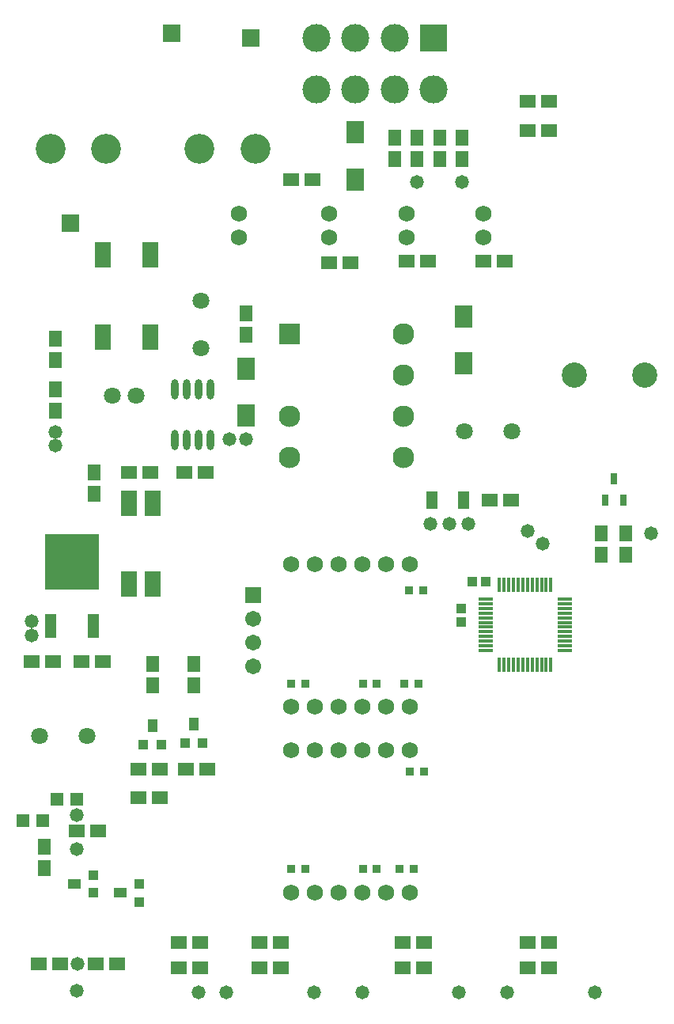
<source format=gts>
G04*
G04 #@! TF.GenerationSoftware,Altium Limited,Altium Designer,20.2.6 (244)*
G04*
G04 Layer_Color=8388736*
%FSLAX25Y25*%
%MOIN*%
G70*
G04*
G04 #@! TF.SameCoordinates,9385ED74-4294-42B6-9646-82B243174D78*
G04*
G04*
G04 #@! TF.FilePolarity,Negative*
G04*
G01*
G75*
%ADD38R,0.03575X0.03802*%
%ADD39R,0.06800X0.05800*%
%ADD40R,0.05656X0.05715*%
%ADD41R,0.05800X0.06800*%
%ADD42R,0.04400X0.05800*%
%ADD43R,0.04400X0.04400*%
%ADD44R,0.07493X0.09461*%
%ADD45R,0.06725X0.10524*%
%ADD46R,0.03162X0.04737*%
%ADD47R,0.04343X0.03950*%
%ADD48R,0.03950X0.04343*%
%ADD49R,0.04400X0.04400*%
%ADD50R,0.05800X0.04400*%
%ADD51O,0.03038X0.08478*%
%ADD52R,0.06706X0.10642*%
%ADD53R,0.04653X0.10285*%
%ADD54R,0.22644X0.23285*%
%ADD55O,0.01457X0.06299*%
%ADD56O,0.06299X0.01457*%
%ADD57R,0.05131X0.07493*%
%ADD58C,0.07099*%
%ADD59C,0.06800*%
%ADD60R,0.07493X0.07493*%
%ADD61C,0.12611*%
%ADD62C,0.09055*%
%ADD63R,0.09055X0.09055*%
%ADD64C,0.10642*%
%ADD65C,0.06706*%
%ADD66R,0.06706X0.06706*%
%ADD67C,0.06902*%
%ADD68C,0.11824*%
%ADD69R,0.11824X0.11824*%
%ADD70C,0.05800*%
D38*
X178466Y266500D02*
D03*
X172534D02*
D03*
X178966Y190000D02*
D03*
X173034D02*
D03*
X174432Y149000D02*
D03*
X168500D02*
D03*
X159000D02*
D03*
X153068D02*
D03*
X128966D02*
D03*
X123034D02*
D03*
X176466Y227000D02*
D03*
X170534D02*
D03*
X159000D02*
D03*
X153068D02*
D03*
X128966D02*
D03*
X123034D02*
D03*
D39*
X13500Y236500D02*
D03*
X22500D02*
D03*
X87500Y191000D02*
D03*
X78500D02*
D03*
X67500Y179000D02*
D03*
X58500D02*
D03*
X67500Y191000D02*
D03*
X58500D02*
D03*
X222500Y107500D02*
D03*
X231500D02*
D03*
Y118000D02*
D03*
X222500D02*
D03*
X84500D02*
D03*
X75500D02*
D03*
X118500D02*
D03*
X109500D02*
D03*
X179000D02*
D03*
X170000D02*
D03*
X204000Y405000D02*
D03*
X213000D02*
D03*
X171500D02*
D03*
X180500D02*
D03*
X139000Y404500D02*
D03*
X148000D02*
D03*
X170000Y107500D02*
D03*
X179000D02*
D03*
X32500Y165000D02*
D03*
X41500D02*
D03*
X40500Y109000D02*
D03*
X49500D02*
D03*
X25500D02*
D03*
X16500D02*
D03*
X43500Y236500D02*
D03*
X34500D02*
D03*
X206500Y304500D02*
D03*
X215500D02*
D03*
X63500Y316000D02*
D03*
X54500D02*
D03*
X78000D02*
D03*
X87000D02*
D03*
X123000Y439500D02*
D03*
X132000D02*
D03*
X222500Y460000D02*
D03*
X231500D02*
D03*
Y472500D02*
D03*
X222500D02*
D03*
X118500Y107500D02*
D03*
X109500D02*
D03*
X84500D02*
D03*
X75500D02*
D03*
D40*
X18203Y169500D02*
D03*
X9798D02*
D03*
X24297Y178500D02*
D03*
X32702D02*
D03*
D41*
X19000Y149500D02*
D03*
Y158500D02*
D03*
X195000Y448000D02*
D03*
Y457000D02*
D03*
X264000Y281500D02*
D03*
Y290500D02*
D03*
X253500Y281500D02*
D03*
Y290500D02*
D03*
X64500Y235500D02*
D03*
Y226500D02*
D03*
X82000Y235500D02*
D03*
Y226500D02*
D03*
X104000Y383000D02*
D03*
X23500Y342000D02*
D03*
Y351000D02*
D03*
X40000Y307000D02*
D03*
Y316000D02*
D03*
X23500Y363500D02*
D03*
Y372500D02*
D03*
X104000Y374000D02*
D03*
X166500Y448000D02*
D03*
Y457000D02*
D03*
X176000D02*
D03*
Y448000D02*
D03*
X185500D02*
D03*
Y457000D02*
D03*
D42*
X82000Y210000D02*
D03*
X64500Y209500D02*
D03*
D43*
X85700Y202000D02*
D03*
X78200D02*
D03*
X60700Y201500D02*
D03*
X68200D02*
D03*
D44*
X150000Y459342D02*
D03*
Y439657D02*
D03*
X195500Y381842D02*
D03*
Y362157D02*
D03*
X104000Y340158D02*
D03*
Y359843D02*
D03*
D45*
X43461Y373138D02*
D03*
X63539D02*
D03*
X43461Y407862D02*
D03*
X63539D02*
D03*
D46*
X259000Y313528D02*
D03*
X262740Y304472D02*
D03*
X255260D02*
D03*
D47*
X194500Y253244D02*
D03*
Y258756D02*
D03*
D48*
X199244Y270000D02*
D03*
X204756D02*
D03*
D49*
X39500Y139000D02*
D03*
Y146500D02*
D03*
X59000Y135200D02*
D03*
Y142700D02*
D03*
D50*
X31500Y142800D02*
D03*
X51000Y139000D02*
D03*
D51*
X89000Y351150D02*
D03*
X84000D02*
D03*
X79000D02*
D03*
X74000D02*
D03*
Y329850D02*
D03*
X79000D02*
D03*
X84000D02*
D03*
X89000D02*
D03*
D52*
X54500Y303000D02*
D03*
X64500D02*
D03*
Y269142D02*
D03*
X54500D02*
D03*
D53*
X21485Y251541D02*
D03*
X39516Y251543D02*
D03*
D54*
X30500Y278500D02*
D03*
D55*
X232327Y268732D02*
D03*
X230358D02*
D03*
X228390D02*
D03*
X226421D02*
D03*
X224453D02*
D03*
X222484D02*
D03*
X220516D02*
D03*
X218547D02*
D03*
X216579D02*
D03*
X214610D02*
D03*
X212642D02*
D03*
X210673D02*
D03*
Y235268D02*
D03*
X212642D02*
D03*
X214610D02*
D03*
X216579D02*
D03*
X218547D02*
D03*
X220516D02*
D03*
X222484D02*
D03*
X224453D02*
D03*
X226421D02*
D03*
X228390D02*
D03*
X230358D02*
D03*
X232327D02*
D03*
D56*
X204768Y262827D02*
D03*
Y260858D02*
D03*
Y258890D02*
D03*
Y256921D02*
D03*
Y254953D02*
D03*
Y252984D02*
D03*
Y251016D02*
D03*
Y249047D02*
D03*
Y247079D02*
D03*
Y245110D02*
D03*
Y243142D02*
D03*
Y241173D02*
D03*
X238232D02*
D03*
Y243142D02*
D03*
Y245110D02*
D03*
Y247079D02*
D03*
Y249047D02*
D03*
Y251016D02*
D03*
Y252984D02*
D03*
Y254953D02*
D03*
Y256921D02*
D03*
Y258890D02*
D03*
Y260858D02*
D03*
Y262827D02*
D03*
D57*
X195693Y304500D02*
D03*
X182307D02*
D03*
D58*
X37000Y205000D02*
D03*
X17000D02*
D03*
X196000Y333500D02*
D03*
X216000D02*
D03*
X85000Y388342D02*
D03*
X47500Y348500D02*
D03*
X57500D02*
D03*
X85000Y368657D02*
D03*
D59*
X204000Y415000D02*
D03*
Y425000D02*
D03*
X171500Y415000D02*
D03*
Y425000D02*
D03*
X139000Y415000D02*
D03*
Y425000D02*
D03*
X101000D02*
D03*
Y415000D02*
D03*
D60*
X106000Y499000D02*
D03*
X30000Y421000D02*
D03*
X72500Y501000D02*
D03*
D61*
X84370Y452500D02*
D03*
X45000D02*
D03*
X21378D02*
D03*
X107992D02*
D03*
D62*
X170282Y339854D02*
D03*
Y357201D02*
D03*
Y374499D02*
D03*
X170282Y322532D02*
D03*
X122251Y322531D02*
D03*
Y339854D02*
D03*
D63*
Y374499D02*
D03*
D64*
X272000Y357000D02*
D03*
X242079D02*
D03*
D65*
X107000Y234500D02*
D03*
Y244500D02*
D03*
Y254500D02*
D03*
D66*
Y264500D02*
D03*
D67*
X143000Y139000D02*
D03*
X133000D02*
D03*
X153000D02*
D03*
X163000D02*
D03*
X173000D02*
D03*
X123000D02*
D03*
X173000Y199000D02*
D03*
X123000D02*
D03*
X163000D02*
D03*
X133000D02*
D03*
X143000D02*
D03*
X153000D02*
D03*
X143000Y217500D02*
D03*
X133000D02*
D03*
X153000D02*
D03*
X163000D02*
D03*
X173000D02*
D03*
X123000D02*
D03*
X173000Y277500D02*
D03*
X123000D02*
D03*
X163000D02*
D03*
X133000D02*
D03*
X143000D02*
D03*
X153000D02*
D03*
D68*
X166464Y499000D02*
D03*
Y477347D02*
D03*
X182999D02*
D03*
X149928Y499000D02*
D03*
Y477347D02*
D03*
X133393Y499000D02*
D03*
Y477347D02*
D03*
D69*
X183000Y499000D02*
D03*
D70*
X35000Y285000D02*
D03*
Y278500D02*
D03*
Y272000D02*
D03*
X25500Y278500D02*
D03*
X274500Y290500D02*
D03*
X84000Y97000D02*
D03*
X229000Y286000D02*
D03*
X222453Y291453D02*
D03*
X132525Y97025D02*
D03*
X193475D02*
D03*
X251000Y97000D02*
D03*
X32612Y97788D02*
D03*
X214025Y97025D02*
D03*
X153025D02*
D03*
X95525D02*
D03*
X13500Y253500D02*
D03*
X25500Y272000D02*
D03*
Y285000D02*
D03*
X33000Y109000D02*
D03*
X32500Y157500D02*
D03*
X32483Y171905D02*
D03*
X195000Y438500D02*
D03*
X176000D02*
D03*
X13500Y247500D02*
D03*
X197500Y294500D02*
D03*
X181500D02*
D03*
X189500D02*
D03*
X23500Y327650D02*
D03*
Y333150D02*
D03*
X104000Y330000D02*
D03*
X97000D02*
D03*
M02*

</source>
